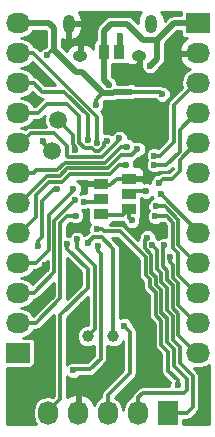
<source format=gbr>
G04 #@! TF.FileFunction,Copper,L2,Bot,Signal*
%FSLAX46Y46*%
G04 Gerber Fmt 4.6, Leading zero omitted, Abs format (unit mm)*
G04 Created by KiCad (PCBNEW 4.0.2-stable) date 09.08.2016 00:29:19*
%MOMM*%
G01*
G04 APERTURE LIST*
%ADD10C,0.300000*%
%ADD11R,1.270000X0.965200*%
%ADD12R,0.965200X1.270000*%
%ADD13R,2.032000X1.727200*%
%ADD14O,2.032000X1.727200*%
%ADD15O,1.250000X0.950000*%
%ADD16O,1.000000X1.550000*%
%ADD17R,1.727200X2.032000*%
%ADD18O,1.727200X2.032000*%
%ADD19C,1.000000*%
%ADD20C,1.500000*%
%ADD21C,0.600000*%
%ADD22C,0.500000*%
%ADD23C,0.254000*%
G04 APERTURE END LIST*
D10*
D11*
X116200000Y-110150000D03*
X116200000Y-108880000D03*
X116200000Y-107610000D03*
X118600000Y-109720000D03*
X118600000Y-108450000D03*
X118600000Y-107180000D03*
D12*
X116500000Y-96400000D03*
X117770000Y-96400000D03*
D13*
X109220000Y-121920000D03*
D14*
X109220000Y-119380000D03*
X109220000Y-116840000D03*
X109220000Y-114300000D03*
X109220000Y-111760000D03*
X109220000Y-109220000D03*
X109220000Y-106680000D03*
X109220000Y-104140000D03*
X109220000Y-101600000D03*
X109220000Y-99060000D03*
X109220000Y-96520000D03*
X109220000Y-93980000D03*
D13*
X124460000Y-93980000D03*
D14*
X124460000Y-96520000D03*
X124460000Y-99060000D03*
X124460000Y-101600000D03*
X124460000Y-104140000D03*
X124460000Y-106680000D03*
X124460000Y-109220000D03*
X124460000Y-111760000D03*
X124460000Y-114300000D03*
X124460000Y-116840000D03*
X124460000Y-119380000D03*
X124460000Y-121920000D03*
D15*
X119500900Y-96762540D03*
X114500900Y-96762540D03*
D16*
X120500900Y-94062540D03*
X113500900Y-94062540D03*
D17*
X121920000Y-127000000D03*
D18*
X119380000Y-127000000D03*
X116840000Y-127000000D03*
X114300000Y-127000000D03*
X111760000Y-127000000D03*
D19*
X117300000Y-120500000D03*
D20*
X112600000Y-102200000D03*
X112100000Y-104850000D03*
D19*
X115100000Y-120500000D03*
D21*
X122000000Y-93200000D03*
X118100000Y-98100000D03*
X110450000Y-118150000D03*
X111650000Y-124650000D03*
X123500000Y-127850000D03*
X125150000Y-123450000D03*
X111500000Y-114500000D03*
X114200000Y-116050000D03*
X114750000Y-117850000D03*
X110750000Y-102550000D03*
X110550000Y-100400000D03*
X110600000Y-97900000D03*
X115850000Y-93500000D03*
X122400000Y-96100000D03*
X118000000Y-101200000D03*
X120400000Y-101250000D03*
X110600000Y-95200000D03*
X120000000Y-110050000D03*
X121200000Y-111725009D03*
X117850000Y-112600000D03*
X114800000Y-107650000D03*
X114950000Y-110600000D03*
X118850000Y-116500000D03*
X121250000Y-103950000D03*
X119850000Y-106200000D03*
X113495484Y-111795484D03*
X114400000Y-121900000D03*
X119400000Y-124400000D03*
X115700000Y-124600000D03*
X110700000Y-120500000D03*
X108600000Y-123600000D03*
X115100000Y-112600000D03*
X114200000Y-112300000D03*
X121400000Y-100000000D03*
X118700000Y-99800000D03*
X111700000Y-96700000D03*
X112500000Y-108040028D03*
X110950000Y-112850000D03*
X118850000Y-110700000D03*
X118200000Y-119600000D03*
X115800000Y-100900000D03*
X116900000Y-99200000D03*
X120400000Y-97600000D03*
X113900000Y-123400000D03*
X116000000Y-112900000D03*
X114800000Y-109100000D03*
X120050000Y-108200000D03*
X114100000Y-110300000D03*
X114000000Y-109000000D03*
X113900000Y-108000000D03*
X115100000Y-103900000D03*
X115900000Y-104100000D03*
X116714189Y-103995443D03*
X117800000Y-103750000D03*
X118450000Y-104450000D03*
X119314403Y-104664403D03*
X118350000Y-106000000D03*
X120167333Y-112150999D03*
X113400000Y-112700000D03*
X120747522Y-105206775D03*
X120768251Y-105986502D03*
X121150000Y-107500000D03*
X121300000Y-108500000D03*
X120890709Y-109510679D03*
X120844531Y-110355469D03*
X122100000Y-113800000D03*
X121600000Y-112800000D03*
X114069090Y-104692461D03*
X111350000Y-103950000D03*
X122750000Y-124669990D03*
X115900000Y-111450000D03*
X120600000Y-112800000D03*
X117850000Y-95050000D03*
D10*
X124460000Y-96520000D02*
X122820000Y-96520000D01*
X122820000Y-96520000D02*
X122400000Y-96100000D01*
X118000000Y-101200000D02*
X120350000Y-101200000D01*
X120350000Y-101200000D02*
X120400000Y-101250000D01*
X120400000Y-101250000D02*
X120400000Y-103100000D01*
X120400000Y-103100000D02*
X121250000Y-103950000D01*
X120475010Y-111425010D02*
X120000000Y-110950000D01*
X120000000Y-110950000D02*
X120000000Y-110050000D01*
X121200000Y-111725009D02*
X120900001Y-111425010D01*
X120900001Y-111425010D02*
X120475010Y-111425010D01*
X118117278Y-97961101D02*
X118417277Y-97661102D01*
X118417277Y-97661102D02*
X119177338Y-97661102D01*
X119177338Y-97661102D02*
X119500900Y-97337540D01*
X119500900Y-97337540D02*
X119500900Y-96562540D01*
X117850000Y-112600000D02*
X118850000Y-113600000D01*
X118850000Y-113600000D02*
X118850000Y-116500000D01*
X116200000Y-107610000D02*
X114840000Y-107610000D01*
X114840000Y-107610000D02*
X114800000Y-107650000D01*
X113495484Y-111795484D02*
X113754516Y-111795484D01*
X113754516Y-111795484D02*
X114950000Y-110600000D01*
X118850000Y-116500000D02*
X118850000Y-116924264D01*
X118850000Y-116924264D02*
X119400000Y-117474264D01*
X119400000Y-117474264D02*
X119400000Y-123975736D01*
X119400000Y-123975736D02*
X119400000Y-124400000D01*
X116100000Y-107710000D02*
X117035000Y-107710000D01*
X117035000Y-107710000D02*
X117565000Y-107180000D01*
X117565000Y-107180000D02*
X117665000Y-107180000D01*
X117665000Y-107180000D02*
X118600000Y-107180000D01*
X113900000Y-119400000D02*
X113900000Y-121400000D01*
X113900000Y-121400000D02*
X114400000Y-121900000D01*
X114800000Y-118500000D02*
X113900000Y-119400000D01*
X114800000Y-117800000D02*
X114800000Y-118500000D01*
X111500000Y-122113602D02*
X111500000Y-121300000D01*
X111500000Y-121300000D02*
X110700000Y-120500000D01*
X109224264Y-123400000D02*
X110213602Y-123400000D01*
X110213602Y-123400000D02*
X111500000Y-122113602D01*
X108600000Y-123600000D02*
X109024264Y-123600000D01*
X109024264Y-123600000D02*
X109224264Y-123400000D01*
X116300000Y-112100000D02*
X117300000Y-113100000D01*
X117300000Y-113100000D02*
X117300000Y-120500000D01*
X115600000Y-112100000D02*
X116300000Y-112100000D01*
X115100000Y-112600000D02*
X115600000Y-112100000D01*
X114200000Y-112300000D02*
X114200000Y-113000000D01*
X114200000Y-113000000D02*
X115719990Y-114519990D01*
X115719990Y-114519990D02*
X115719990Y-119880010D01*
X115719990Y-119880010D02*
X115100000Y-120500000D01*
X118700000Y-99800000D02*
X121200000Y-99800000D01*
X121200000Y-99800000D02*
X121400000Y-100000000D01*
D22*
X118700000Y-99800000D02*
X117380402Y-99800000D01*
X117250401Y-99930001D02*
X116430001Y-99930001D01*
X117380402Y-99800000D02*
X117250401Y-99930001D01*
D10*
X112300000Y-96300000D02*
X112100000Y-96300000D01*
X112100000Y-96300000D02*
X111700000Y-96700000D01*
X111250000Y-109050000D02*
X112259972Y-108040028D01*
X112259972Y-108040028D02*
X112500000Y-108040028D01*
X111250000Y-112125736D02*
X111250000Y-109050000D01*
X110950000Y-112850000D02*
X110950000Y-112425736D01*
X110950000Y-112425736D02*
X111250000Y-112125736D01*
X118600000Y-109720000D02*
X118600000Y-110450000D01*
X118600000Y-110450000D02*
X118850000Y-110700000D01*
X115900000Y-110250000D02*
X118070000Y-110250000D01*
X118070000Y-110250000D02*
X118600000Y-109720000D01*
X118700000Y-123600000D02*
X116840000Y-125460000D01*
X116840000Y-125460000D02*
X116840000Y-127000000D01*
X118700000Y-120100000D02*
X118700000Y-123600000D01*
X118200000Y-119600000D02*
X118700000Y-120100000D01*
X115800000Y-100900000D02*
X115800000Y-100475736D01*
X115800000Y-100475736D02*
X116345735Y-99930001D01*
X116345735Y-99930001D02*
X116430001Y-99930001D01*
D22*
X112300000Y-94400000D02*
X111880000Y-93980000D01*
X111880000Y-93980000D02*
X109220000Y-93980000D01*
X112300000Y-96300000D02*
X112300000Y-94400000D01*
X114100000Y-98100000D02*
X112300000Y-96300000D01*
X114600000Y-98100000D02*
X114100000Y-98100000D01*
X116430001Y-99930001D02*
X114600000Y-98100000D01*
X121000000Y-95400000D02*
X121000000Y-97000000D01*
X121000000Y-97000000D02*
X120400000Y-97600000D01*
X116500000Y-96400000D02*
X116500000Y-94650000D01*
X116500000Y-94650000D02*
X117100000Y-94050000D01*
X117100000Y-94050000D02*
X118450000Y-94050000D01*
X118450000Y-94050000D02*
X119800000Y-95400000D01*
X119800000Y-95400000D02*
X119900000Y-95400000D01*
X119900000Y-95400000D02*
X121000000Y-95400000D01*
X116900000Y-99200000D02*
X116500000Y-98800000D01*
X116500000Y-98800000D02*
X116500000Y-96400000D01*
X121000000Y-95400000D02*
X122420000Y-93980000D01*
X122420000Y-93980000D02*
X124460000Y-93980000D01*
D10*
X115300000Y-123300000D02*
X114000000Y-123300000D01*
X114000000Y-123300000D02*
X113900000Y-123400000D01*
X116200000Y-122400000D02*
X115300000Y-123300000D01*
X116200000Y-121000000D02*
X116200000Y-122400000D01*
X116200000Y-116400000D02*
X116200000Y-121000000D01*
X116200000Y-113524264D02*
X116200000Y-116400000D01*
X116000000Y-112900000D02*
X116000000Y-113324264D01*
X116000000Y-113324264D02*
X116200000Y-113524264D01*
X114800000Y-109100000D02*
X115780000Y-109100000D01*
X115780000Y-109100000D02*
X115900000Y-108980000D01*
X120050000Y-108200000D02*
X118700000Y-108200000D01*
X118700000Y-108200000D02*
X118600000Y-108300000D01*
X114100000Y-110300000D02*
X113378836Y-110300000D01*
X112769999Y-110908837D02*
X112769999Y-113002401D01*
X112800000Y-117300000D02*
X110720000Y-119380000D01*
X113378836Y-110300000D02*
X112769999Y-110908837D01*
X112769999Y-113002401D02*
X112800000Y-113032402D01*
X112800000Y-113032402D02*
X112800000Y-117300000D01*
X110720000Y-119380000D02*
X109220000Y-119380000D01*
X109220000Y-116840000D02*
X110536000Y-116840000D01*
X110536000Y-116840000D02*
X112289989Y-115086011D01*
X112289989Y-110710011D02*
X113469999Y-109530001D01*
X112289989Y-115086011D02*
X112289989Y-110710011D01*
X113469999Y-109530001D02*
X114000000Y-109000000D01*
X109220000Y-114300000D02*
X110700000Y-114300000D01*
X110700000Y-114300000D02*
X111809979Y-113190021D01*
X111809979Y-113190021D02*
X111809979Y-110257619D01*
X111809979Y-110257619D02*
X113900000Y-108167598D01*
X113900000Y-108167598D02*
X113900000Y-108000000D01*
X109220000Y-99060000D02*
X110536000Y-99060000D01*
X110536000Y-99060000D02*
X111276000Y-99800000D01*
X111276000Y-99800000D02*
X113100000Y-99800000D01*
X113100000Y-99800000D02*
X115100000Y-101800000D01*
X115100000Y-101800000D02*
X115100000Y-103900000D01*
X109220000Y-96520000D02*
X110498836Y-96520000D01*
X110498836Y-96520000D02*
X115900000Y-101921164D01*
X115900000Y-101921164D02*
X115900000Y-104100000D01*
X114400000Y-104132402D02*
X114867598Y-104600000D01*
X114867598Y-104600000D02*
X115467598Y-104600000D01*
X115467598Y-104600000D02*
X115717598Y-104850000D01*
X115717598Y-104850000D02*
X116082402Y-104850000D01*
X109220000Y-101600000D02*
X110900000Y-101600000D01*
X110900000Y-101600000D02*
X111700000Y-100800000D01*
X111700000Y-100800000D02*
X113350000Y-100800000D01*
X113350000Y-100800000D02*
X114400000Y-101850000D01*
X114400000Y-101850000D02*
X114400000Y-104132402D01*
X116530001Y-104402401D02*
X116530001Y-104179631D01*
X116082402Y-104850000D02*
X116530001Y-104402401D01*
X116530001Y-104179631D02*
X116714189Y-103995443D01*
X117800000Y-103750000D02*
X117800000Y-103850000D01*
X117800000Y-103850000D02*
X116319990Y-105330010D01*
X116319990Y-105330010D02*
X113430010Y-105330010D01*
X113430010Y-105330010D02*
X113350000Y-105250000D01*
X113350000Y-105250000D02*
X113350000Y-104412412D01*
X113350000Y-104412412D02*
X112257587Y-103319999D01*
X112257587Y-103319999D02*
X110330001Y-103319999D01*
X110330001Y-103319999D02*
X109510000Y-104140000D01*
X109510000Y-104140000D02*
X109220000Y-104140000D01*
X116539980Y-105810020D02*
X117900000Y-104450000D01*
X117900000Y-104450000D02*
X118450000Y-104450000D01*
X112550000Y-106450000D02*
X113189980Y-105810020D01*
X113189980Y-105810020D02*
X116539980Y-105810020D01*
X110766000Y-106450000D02*
X112550000Y-106450000D01*
X109220000Y-106680000D02*
X110536000Y-106680000D01*
X110536000Y-106680000D02*
X110766000Y-106450000D01*
X117950000Y-105150000D02*
X118828806Y-105150000D01*
X118828806Y-105150000D02*
X119314403Y-104664403D01*
X116809970Y-106290030D02*
X117950000Y-105150000D01*
X112748827Y-106930009D02*
X113388806Y-106290030D01*
X113388806Y-106290030D02*
X116809970Y-106290030D01*
X109220000Y-109220000D02*
X109372400Y-109220000D01*
X109372400Y-109220000D02*
X111662390Y-106930010D01*
X111662390Y-106930010D02*
X112748827Y-106930009D01*
X117029960Y-106770040D02*
X117800000Y-106000000D01*
X117800000Y-106000000D02*
X118350000Y-106000000D01*
X117008796Y-106770040D02*
X117029960Y-106770040D01*
X109372400Y-111760000D02*
X109220000Y-111760000D01*
X111861218Y-107410018D02*
X110750000Y-108521236D01*
X117008796Y-106770040D02*
X113587632Y-106770040D01*
X113587632Y-106770040D02*
X112947654Y-107410018D01*
X112947654Y-107410018D02*
X111861218Y-107410018D01*
X110750000Y-108521236D02*
X110750000Y-110382400D01*
X110750000Y-110382400D02*
X109372400Y-111760000D01*
X120167333Y-112150999D02*
X119969999Y-112348333D01*
X123519990Y-125080010D02*
X123300000Y-125300000D01*
X119764000Y-125300000D02*
X119380000Y-125684000D01*
X119969999Y-112348333D02*
X119969999Y-113069999D01*
X119969999Y-113069999D02*
X120509979Y-113609979D01*
X123519990Y-124098826D02*
X123519990Y-125080010D01*
X120509979Y-113609979D02*
X120509979Y-115109979D01*
X120509979Y-115109979D02*
X120879964Y-115479964D01*
X120879964Y-115479964D02*
X120879964Y-116127708D01*
X120879964Y-116127708D02*
X121339982Y-116587726D01*
X121339982Y-116587726D02*
X121339982Y-118497654D01*
X121839981Y-121018817D02*
X122419990Y-121598826D01*
X122419990Y-121598826D02*
X122419991Y-122998827D01*
X121339982Y-118497654D02*
X121839980Y-118997652D01*
X121839980Y-118997652D02*
X121839981Y-121018817D01*
X123300000Y-125300000D02*
X119764000Y-125300000D01*
X122419991Y-122998827D02*
X123519990Y-124098826D01*
X119380000Y-125684000D02*
X119380000Y-127000000D01*
X111760000Y-127000000D02*
X111760000Y-126840000D01*
X111760000Y-126840000D02*
X112800000Y-125800000D01*
X112800000Y-125800000D02*
X112800000Y-118700000D01*
X112800000Y-118700000D02*
X115100000Y-116400000D01*
X115100000Y-116400000D02*
X115100000Y-114824264D01*
X115100000Y-114824264D02*
X113400000Y-113124264D01*
X113400000Y-113124264D02*
X113400000Y-112700000D01*
X120747522Y-105206775D02*
X121243225Y-105206775D01*
X122419990Y-104030010D02*
X122419990Y-100947610D01*
X121243225Y-105206775D02*
X122419990Y-104030010D01*
X122419990Y-100947610D02*
X124307600Y-99060000D01*
X124307600Y-99060000D02*
X124460000Y-99060000D01*
X122900000Y-104868764D02*
X122900000Y-103007600D01*
X122900000Y-103007600D02*
X124307600Y-101600000D01*
X124307600Y-101600000D02*
X124460000Y-101600000D01*
X120768251Y-105986502D02*
X121782262Y-105986502D01*
X121782262Y-105986502D02*
X122900000Y-104868764D01*
X122900000Y-106550000D02*
X122900000Y-105547600D01*
X122900000Y-105547600D02*
X124307600Y-104140000D01*
X124307600Y-104140000D02*
X124460000Y-104140000D01*
X122249999Y-107200001D02*
X122900000Y-106550000D01*
X121150000Y-107500000D02*
X121449999Y-107200001D01*
X121449999Y-107200001D02*
X122249999Y-107200001D01*
X121300000Y-108500000D02*
X124460000Y-111660000D01*
X124460000Y-111660000D02*
X124460000Y-111760000D01*
X122800000Y-110678836D02*
X122800000Y-112792400D01*
X122800000Y-112792400D02*
X124307600Y-114300000D01*
X124307600Y-114300000D02*
X124460000Y-114300000D01*
X120890709Y-109510679D02*
X121631843Y-109510679D01*
X121631843Y-109510679D02*
X122800000Y-110678836D01*
X122800000Y-113471236D02*
X122800000Y-115332400D01*
X122800000Y-115332400D02*
X124307600Y-116840000D01*
X124307600Y-116840000D02*
X124460000Y-116840000D01*
X122319990Y-112991226D02*
X122800000Y-113471236D01*
X121797797Y-110355469D02*
X122319990Y-110877662D01*
X122319990Y-110877662D02*
X122319990Y-112991226D01*
X120844531Y-110355469D02*
X121797797Y-110355469D01*
X122800000Y-116011236D02*
X122800000Y-117872400D01*
X122800000Y-117872400D02*
X124307600Y-119380000D01*
X124307600Y-119380000D02*
X124460000Y-119380000D01*
X122319991Y-115531227D02*
X122800000Y-116011236D01*
X122100000Y-113800000D02*
X122100000Y-114224264D01*
X122100000Y-114224264D02*
X122319990Y-114444254D01*
X122319990Y-114444254D02*
X122319991Y-115531227D01*
X122800000Y-118600000D02*
X122800000Y-120412400D01*
X122800000Y-120412400D02*
X124307600Y-121920000D01*
X124307600Y-121920000D02*
X124460000Y-121920000D01*
X122300000Y-118100000D02*
X122800000Y-118600000D01*
X122300000Y-116190072D02*
X122300000Y-118100000D01*
X121839982Y-115730054D02*
X122300000Y-116190072D01*
X121469999Y-114569999D02*
X121839982Y-114939982D01*
X121839982Y-114939982D02*
X121839982Y-115730054D01*
X121600000Y-112800000D02*
X121469999Y-112930001D01*
X121469999Y-112930001D02*
X121469999Y-114569999D01*
X114150000Y-104750000D02*
X114150000Y-104561238D01*
X114150000Y-104561238D02*
X113830010Y-104241248D01*
X113830010Y-103430010D02*
X113769990Y-103369990D01*
X113830010Y-104241248D02*
X113830010Y-103430010D01*
X113769990Y-103369990D02*
X112600000Y-102200000D01*
X111350000Y-103950000D02*
X111350000Y-104100000D01*
X111350000Y-104100000D02*
X112100000Y-104850000D01*
X122750000Y-124669990D02*
X122750000Y-124245726D01*
X122750000Y-124245726D02*
X121939982Y-123435708D01*
X121939982Y-123435708D02*
X121939982Y-123197654D01*
X115900000Y-111450000D02*
X116324264Y-111450000D01*
X116324264Y-111450000D02*
X116494254Y-111619990D01*
X116494254Y-111619990D02*
X117841154Y-111619990D01*
X117841154Y-111619990D02*
X120029969Y-113808805D01*
X120029969Y-115308805D02*
X120029969Y-113808805D01*
X120399954Y-116326534D02*
X120399954Y-115678790D01*
X120399954Y-115678790D02*
X120029969Y-115308805D01*
X120859972Y-118696480D02*
X120859972Y-116786552D01*
X120859972Y-116786552D02*
X120399954Y-116326534D01*
X121359972Y-119196480D02*
X120859972Y-118696480D01*
X121939982Y-121797654D02*
X121359972Y-121217642D01*
X121359972Y-121217642D02*
X121359972Y-119196480D01*
X121939982Y-123197654D02*
X121939982Y-121797654D01*
X124000000Y-126500000D02*
X123500000Y-127000000D01*
X123500000Y-127000000D02*
X121920000Y-127000000D01*
X124000000Y-123900000D02*
X124000000Y-126500000D01*
X122900000Y-122800000D02*
X124000000Y-123900000D01*
X122900000Y-121400000D02*
X122900000Y-122800000D01*
X122319990Y-120819990D02*
X122900000Y-121400000D01*
X121819991Y-118298827D02*
X122319990Y-118798826D01*
X122319990Y-118798826D02*
X122319990Y-120819990D01*
X121359973Y-115928881D02*
X121819990Y-116388898D01*
X121819990Y-116388898D02*
X121819991Y-118298827D01*
X120989989Y-113189989D02*
X120989989Y-114789989D01*
X120989989Y-114789989D02*
X121359972Y-115159972D01*
X121359972Y-115159972D02*
X121359973Y-115928881D01*
X120600000Y-112800000D02*
X120989989Y-113189989D01*
D22*
X117850000Y-95050000D02*
X117850000Y-96320000D01*
X117850000Y-96320000D02*
X117770000Y-96400000D01*
D10*
X118000000Y-96170000D02*
X117770000Y-96400000D01*
D23*
G36*
X112222999Y-118700000D02*
X112223000Y-118700005D01*
X112223000Y-125560998D01*
X112173098Y-125610900D01*
X111760000Y-125528730D01*
X111266109Y-125626971D01*
X110847408Y-125906738D01*
X110567641Y-126325439D01*
X110469400Y-126819330D01*
X110469400Y-127180670D01*
X110567641Y-127674561D01*
X110750347Y-127948000D01*
X108252000Y-127948000D01*
X108252000Y-123218965D01*
X110236000Y-123218965D01*
X110394237Y-123189191D01*
X110539567Y-123095673D01*
X110637064Y-122952981D01*
X110671365Y-122783600D01*
X110671365Y-121056400D01*
X110641591Y-120898163D01*
X110548073Y-120752833D01*
X110405381Y-120655336D01*
X110236000Y-120621035D01*
X109649850Y-120621035D01*
X109894561Y-120572359D01*
X110313262Y-120292592D01*
X110537497Y-119957000D01*
X110719995Y-119957000D01*
X110720000Y-119957001D01*
X110940808Y-119913078D01*
X111128001Y-119788001D01*
X112224737Y-118691265D01*
X112222999Y-118700000D01*
X112222999Y-118700000D01*
G37*
X112222999Y-118700000D02*
X112223000Y-118700005D01*
X112223000Y-125560998D01*
X112173098Y-125610900D01*
X111760000Y-125528730D01*
X111266109Y-125626971D01*
X110847408Y-125906738D01*
X110567641Y-126325439D01*
X110469400Y-126819330D01*
X110469400Y-127180670D01*
X110567641Y-127674561D01*
X110750347Y-127948000D01*
X108252000Y-127948000D01*
X108252000Y-123218965D01*
X110236000Y-123218965D01*
X110394237Y-123189191D01*
X110539567Y-123095673D01*
X110637064Y-122952981D01*
X110671365Y-122783600D01*
X110671365Y-121056400D01*
X110641591Y-120898163D01*
X110548073Y-120752833D01*
X110405381Y-120655336D01*
X110236000Y-120621035D01*
X109649850Y-120621035D01*
X109894561Y-120572359D01*
X110313262Y-120292592D01*
X110537497Y-119957000D01*
X110719995Y-119957000D01*
X110720000Y-119957001D01*
X110940808Y-119913078D01*
X111128001Y-119788001D01*
X112224737Y-118691265D01*
X112222999Y-118700000D01*
G36*
X125348000Y-127948000D02*
X123218965Y-127948000D01*
X123218965Y-127577000D01*
X123499995Y-127577000D01*
X123500000Y-127577001D01*
X123720808Y-127533078D01*
X123908001Y-127408001D01*
X124407998Y-126908003D01*
X124408001Y-126908001D01*
X124533078Y-126720808D01*
X124577001Y-126500000D01*
X124577000Y-126499995D01*
X124577000Y-123900005D01*
X124577001Y-123900000D01*
X124533078Y-123679192D01*
X124408001Y-123491999D01*
X124088679Y-123172677D01*
X124279330Y-123210600D01*
X124640670Y-123210600D01*
X125134561Y-123112359D01*
X125348000Y-122969744D01*
X125348000Y-127948000D01*
X125348000Y-127948000D01*
G37*
X125348000Y-127948000D02*
X123218965Y-127948000D01*
X123218965Y-127577000D01*
X123499995Y-127577000D01*
X123500000Y-127577001D01*
X123720808Y-127533078D01*
X123908001Y-127408001D01*
X124407998Y-126908003D01*
X124408001Y-126908001D01*
X124533078Y-126720808D01*
X124577001Y-126500000D01*
X124577000Y-126499995D01*
X124577000Y-123900005D01*
X124577001Y-123900000D01*
X124533078Y-123679192D01*
X124408001Y-123491999D01*
X124088679Y-123172677D01*
X124279330Y-123210600D01*
X124640670Y-123210600D01*
X125134561Y-123112359D01*
X125348000Y-122969744D01*
X125348000Y-127948000D01*
G36*
X118123000Y-123360999D02*
X116431999Y-125051999D01*
X116306922Y-125239192D01*
X116262999Y-125460000D01*
X116263000Y-125460005D01*
X116263000Y-125682503D01*
X115927408Y-125906738D01*
X115666138Y-126297757D01*
X115591954Y-126085680D01*
X115202036Y-125649268D01*
X114674791Y-125395291D01*
X114659026Y-125392642D01*
X114427000Y-125513783D01*
X114427000Y-126873000D01*
X114447000Y-126873000D01*
X114447000Y-127127000D01*
X114427000Y-127127000D01*
X114427000Y-127147000D01*
X114173000Y-127147000D01*
X114173000Y-127127000D01*
X114153000Y-127127000D01*
X114153000Y-126873000D01*
X114173000Y-126873000D01*
X114173000Y-125513783D01*
X113940974Y-125392642D01*
X113925209Y-125395291D01*
X113397964Y-125649268D01*
X113377000Y-125672732D01*
X113377000Y-123905118D01*
X113487650Y-124015961D01*
X113754756Y-124126874D01*
X114043975Y-124127126D01*
X114311275Y-124016680D01*
X114451198Y-123877000D01*
X115299995Y-123877000D01*
X115300000Y-123877001D01*
X115520808Y-123833078D01*
X115708001Y-123708001D01*
X116607998Y-122808003D01*
X116608001Y-122808001D01*
X116733078Y-122620808D01*
X116777000Y-122400000D01*
X116777000Y-121286572D01*
X117114799Y-121426839D01*
X117483583Y-121427161D01*
X117824417Y-121286331D01*
X118085414Y-121025789D01*
X118123000Y-120935272D01*
X118123000Y-123360999D01*
X118123000Y-123360999D01*
G37*
X118123000Y-123360999D02*
X116431999Y-125051999D01*
X116306922Y-125239192D01*
X116262999Y-125460000D01*
X116263000Y-125460005D01*
X116263000Y-125682503D01*
X115927408Y-125906738D01*
X115666138Y-126297757D01*
X115591954Y-126085680D01*
X115202036Y-125649268D01*
X114674791Y-125395291D01*
X114659026Y-125392642D01*
X114427000Y-125513783D01*
X114427000Y-126873000D01*
X114447000Y-126873000D01*
X114447000Y-127127000D01*
X114427000Y-127127000D01*
X114427000Y-127147000D01*
X114173000Y-127147000D01*
X114173000Y-127127000D01*
X114153000Y-127127000D01*
X114153000Y-126873000D01*
X114173000Y-126873000D01*
X114173000Y-125513783D01*
X113940974Y-125392642D01*
X113925209Y-125395291D01*
X113397964Y-125649268D01*
X113377000Y-125672732D01*
X113377000Y-123905118D01*
X113487650Y-124015961D01*
X113754756Y-124126874D01*
X114043975Y-124127126D01*
X114311275Y-124016680D01*
X114451198Y-123877000D01*
X115299995Y-123877000D01*
X115300000Y-123877001D01*
X115520808Y-123833078D01*
X115708001Y-123708001D01*
X116607998Y-122808003D01*
X116608001Y-122808001D01*
X116733078Y-122620808D01*
X116777000Y-122400000D01*
X116777000Y-121286572D01*
X117114799Y-121426839D01*
X117483583Y-121427161D01*
X117824417Y-121286331D01*
X118085414Y-121025789D01*
X118123000Y-120935272D01*
X118123000Y-123360999D01*
G36*
X119452969Y-114047807D02*
X119452969Y-115308800D01*
X119452968Y-115308805D01*
X119496891Y-115529613D01*
X119621968Y-115716806D01*
X119822954Y-115917791D01*
X119822954Y-116326529D01*
X119822953Y-116326534D01*
X119866876Y-116547342D01*
X119991953Y-116734535D01*
X120282972Y-117025553D01*
X120282972Y-118696475D01*
X120282971Y-118696480D01*
X120326894Y-118917288D01*
X120451971Y-119104481D01*
X120782972Y-119435481D01*
X120782972Y-121217636D01*
X120782971Y-121217641D01*
X120809910Y-121353068D01*
X120826894Y-121438450D01*
X120951971Y-121625643D01*
X120951974Y-121625645D01*
X121362982Y-122036655D01*
X121362982Y-123435703D01*
X121362981Y-123435708D01*
X121406904Y-123656516D01*
X121531981Y-123843709D01*
X122078842Y-124390569D01*
X122023126Y-124524746D01*
X122022953Y-124723000D01*
X119764005Y-124723000D01*
X119764000Y-124722999D01*
X119543192Y-124766922D01*
X119355999Y-124891999D01*
X118971999Y-125275999D01*
X118846922Y-125463192D01*
X118803342Y-125682274D01*
X118467408Y-125906738D01*
X118187641Y-126325439D01*
X118110000Y-126715767D01*
X118032359Y-126325439D01*
X117752592Y-125906738D01*
X117426891Y-125689111D01*
X119107998Y-124008003D01*
X119108001Y-124008001D01*
X119233078Y-123820808D01*
X119277000Y-123600000D01*
X119277000Y-120100005D01*
X119277001Y-120100000D01*
X119233078Y-119879192D01*
X119194067Y-119820808D01*
X119108001Y-119691999D01*
X119107998Y-119691997D01*
X118927078Y-119511077D01*
X118927126Y-119456025D01*
X118816680Y-119188725D01*
X118612350Y-118984039D01*
X118345244Y-118873126D01*
X118056025Y-118872874D01*
X117877000Y-118946846D01*
X117877000Y-113100005D01*
X117877001Y-113100000D01*
X117833078Y-112879192D01*
X117768151Y-112782021D01*
X117708001Y-112691999D01*
X117707998Y-112691997D01*
X117212991Y-112196990D01*
X117602152Y-112196990D01*
X119452969Y-114047807D01*
X119452969Y-114047807D01*
G37*
X119452969Y-114047807D02*
X119452969Y-115308800D01*
X119452968Y-115308805D01*
X119496891Y-115529613D01*
X119621968Y-115716806D01*
X119822954Y-115917791D01*
X119822954Y-116326529D01*
X119822953Y-116326534D01*
X119866876Y-116547342D01*
X119991953Y-116734535D01*
X120282972Y-117025553D01*
X120282972Y-118696475D01*
X120282971Y-118696480D01*
X120326894Y-118917288D01*
X120451971Y-119104481D01*
X120782972Y-119435481D01*
X120782972Y-121217636D01*
X120782971Y-121217641D01*
X120809910Y-121353068D01*
X120826894Y-121438450D01*
X120951971Y-121625643D01*
X120951974Y-121625645D01*
X121362982Y-122036655D01*
X121362982Y-123435703D01*
X121362981Y-123435708D01*
X121406904Y-123656516D01*
X121531981Y-123843709D01*
X122078842Y-124390569D01*
X122023126Y-124524746D01*
X122022953Y-124723000D01*
X119764005Y-124723000D01*
X119764000Y-124722999D01*
X119543192Y-124766922D01*
X119355999Y-124891999D01*
X118971999Y-125275999D01*
X118846922Y-125463192D01*
X118803342Y-125682274D01*
X118467408Y-125906738D01*
X118187641Y-126325439D01*
X118110000Y-126715767D01*
X118032359Y-126325439D01*
X117752592Y-125906738D01*
X117426891Y-125689111D01*
X119107998Y-124008003D01*
X119108001Y-124008001D01*
X119233078Y-123820808D01*
X119277000Y-123600000D01*
X119277000Y-120100005D01*
X119277001Y-120100000D01*
X119233078Y-119879192D01*
X119194067Y-119820808D01*
X119108001Y-119691999D01*
X119107998Y-119691997D01*
X118927078Y-119511077D01*
X118927126Y-119456025D01*
X118816680Y-119188725D01*
X118612350Y-118984039D01*
X118345244Y-118873126D01*
X118056025Y-118872874D01*
X117877000Y-118946846D01*
X117877000Y-113100005D01*
X117877001Y-113100000D01*
X117833078Y-112879192D01*
X117768151Y-112782021D01*
X117708001Y-112691999D01*
X117707998Y-112691997D01*
X117212991Y-112196990D01*
X117602152Y-112196990D01*
X119452969Y-114047807D01*
G36*
X115142990Y-119573037D02*
X114916417Y-119572839D01*
X114575583Y-119713669D01*
X114314586Y-119974211D01*
X114173161Y-120314799D01*
X114172839Y-120683583D01*
X114313669Y-121024417D01*
X114574211Y-121285414D01*
X114914799Y-121426839D01*
X115283583Y-121427161D01*
X115623000Y-121286916D01*
X115623000Y-122160999D01*
X115060998Y-122723000D01*
X114165353Y-122723000D01*
X114045244Y-122673126D01*
X113756025Y-122672874D01*
X113488725Y-122783320D01*
X113377000Y-122894851D01*
X113377000Y-118939002D01*
X115142990Y-117173011D01*
X115142990Y-119573037D01*
X115142990Y-119573037D01*
G37*
X115142990Y-119573037D02*
X114916417Y-119572839D01*
X114575583Y-119713669D01*
X114314586Y-119974211D01*
X114173161Y-120314799D01*
X114172839Y-120683583D01*
X114313669Y-121024417D01*
X114574211Y-121285414D01*
X114914799Y-121426839D01*
X115283583Y-121427161D01*
X115623000Y-121286916D01*
X115623000Y-122160999D01*
X115060998Y-122723000D01*
X114165353Y-122723000D01*
X114045244Y-122673126D01*
X113756025Y-122672874D01*
X113488725Y-122783320D01*
X113377000Y-122894851D01*
X113377000Y-118939002D01*
X115142990Y-117173011D01*
X115142990Y-119573037D01*
G36*
X112223000Y-117060999D02*
X110514867Y-118769131D01*
X110313262Y-118467408D01*
X109894561Y-118187641D01*
X109504233Y-118110000D01*
X109894561Y-118032359D01*
X110313262Y-117752592D01*
X110537726Y-117416658D01*
X110756808Y-117373078D01*
X110944001Y-117248001D01*
X112223000Y-115969002D01*
X112223000Y-117060999D01*
X112223000Y-117060999D01*
G37*
X112223000Y-117060999D02*
X110514867Y-118769131D01*
X110313262Y-118467408D01*
X109894561Y-118187641D01*
X109504233Y-118110000D01*
X109894561Y-118032359D01*
X110313262Y-117752592D01*
X110537726Y-117416658D01*
X110756808Y-117373078D01*
X110944001Y-117248001D01*
X112223000Y-115969002D01*
X112223000Y-117060999D01*
G36*
X114523000Y-115063266D02*
X114523000Y-116160999D01*
X113375262Y-117308736D01*
X113377000Y-117300000D01*
X113377000Y-113917266D01*
X114523000Y-115063266D01*
X114523000Y-115063266D01*
G37*
X114523000Y-115063266D02*
X114523000Y-116160999D01*
X113375262Y-117308736D01*
X113377000Y-117300000D01*
X113377000Y-113917266D01*
X114523000Y-115063266D01*
G36*
X111712989Y-114847009D02*
X110441167Y-116118831D01*
X110313262Y-115927408D01*
X109894561Y-115647641D01*
X109504233Y-115570000D01*
X109894561Y-115492359D01*
X110313262Y-115212592D01*
X110537497Y-114877000D01*
X110699995Y-114877000D01*
X110700000Y-114877001D01*
X110920808Y-114833078D01*
X111108001Y-114708001D01*
X111712989Y-114103012D01*
X111712989Y-114847009D01*
X111712989Y-114847009D01*
G37*
X111712989Y-114847009D02*
X110441167Y-116118831D01*
X110313262Y-115927408D01*
X109894561Y-115647641D01*
X109504233Y-115570000D01*
X109894561Y-115492359D01*
X110313262Y-115212592D01*
X110537497Y-114877000D01*
X110699995Y-114877000D01*
X110700000Y-114877001D01*
X110920808Y-114833078D01*
X111108001Y-114708001D01*
X111712989Y-114103012D01*
X111712989Y-114847009D01*
G36*
X120647490Y-108824560D02*
X120479434Y-108893999D01*
X120274748Y-109098329D01*
X120163835Y-109365435D01*
X120163583Y-109654654D01*
X120266945Y-109904810D01*
X120228570Y-109943119D01*
X120117657Y-110210225D01*
X120117405Y-110499444D01*
X120227851Y-110766744D01*
X120432181Y-110971430D01*
X120699287Y-111082343D01*
X120988506Y-111082595D01*
X121255806Y-110972149D01*
X121295555Y-110932469D01*
X121558795Y-110932469D01*
X121742990Y-111116663D01*
X121742990Y-112073124D01*
X121456025Y-112072874D01*
X121188725Y-112183320D01*
X121100024Y-112271866D01*
X121012350Y-112184039D01*
X120894347Y-112135040D01*
X120894459Y-112007024D01*
X120784013Y-111739724D01*
X120579683Y-111535038D01*
X120312577Y-111424125D01*
X120023358Y-111423873D01*
X119756058Y-111534319D01*
X119551372Y-111738649D01*
X119440459Y-112005755D01*
X119440357Y-112122382D01*
X119436921Y-112127525D01*
X119392998Y-112348333D01*
X119392999Y-112348338D01*
X119392999Y-112355833D01*
X118249155Y-111211989D01*
X118061962Y-111086912D01*
X117841154Y-111042989D01*
X117841149Y-111042990D01*
X116967732Y-111042990D01*
X116993237Y-111038191D01*
X117138567Y-110944673D01*
X117218969Y-110827000D01*
X118069995Y-110827000D01*
X118070000Y-110827001D01*
X118122898Y-110816479D01*
X118122874Y-110843975D01*
X118233320Y-111111275D01*
X118437650Y-111315961D01*
X118704756Y-111426874D01*
X118993975Y-111427126D01*
X119261275Y-111316680D01*
X119465961Y-111112350D01*
X119576874Y-110845244D01*
X119577126Y-110556025D01*
X119551948Y-110495089D01*
X119636064Y-110371981D01*
X119670365Y-110202600D01*
X119670365Y-109237400D01*
X119640636Y-109079403D01*
X119670365Y-108932600D01*
X119670365Y-108829546D01*
X119904756Y-108926874D01*
X120193975Y-108927126D01*
X120461275Y-108816680D01*
X120590806Y-108687374D01*
X120647490Y-108824560D01*
X120647490Y-108824560D01*
G37*
X120647490Y-108824560D02*
X120479434Y-108893999D01*
X120274748Y-109098329D01*
X120163835Y-109365435D01*
X120163583Y-109654654D01*
X120266945Y-109904810D01*
X120228570Y-109943119D01*
X120117657Y-110210225D01*
X120117405Y-110499444D01*
X120227851Y-110766744D01*
X120432181Y-110971430D01*
X120699287Y-111082343D01*
X120988506Y-111082595D01*
X121255806Y-110972149D01*
X121295555Y-110932469D01*
X121558795Y-110932469D01*
X121742990Y-111116663D01*
X121742990Y-112073124D01*
X121456025Y-112072874D01*
X121188725Y-112183320D01*
X121100024Y-112271866D01*
X121012350Y-112184039D01*
X120894347Y-112135040D01*
X120894459Y-112007024D01*
X120784013Y-111739724D01*
X120579683Y-111535038D01*
X120312577Y-111424125D01*
X120023358Y-111423873D01*
X119756058Y-111534319D01*
X119551372Y-111738649D01*
X119440459Y-112005755D01*
X119440357Y-112122382D01*
X119436921Y-112127525D01*
X119392998Y-112348333D01*
X119392999Y-112348338D01*
X119392999Y-112355833D01*
X118249155Y-111211989D01*
X118061962Y-111086912D01*
X117841154Y-111042989D01*
X117841149Y-111042990D01*
X116967732Y-111042990D01*
X116993237Y-111038191D01*
X117138567Y-110944673D01*
X117218969Y-110827000D01*
X118069995Y-110827000D01*
X118070000Y-110827001D01*
X118122898Y-110816479D01*
X118122874Y-110843975D01*
X118233320Y-111111275D01*
X118437650Y-111315961D01*
X118704756Y-111426874D01*
X118993975Y-111427126D01*
X119261275Y-111316680D01*
X119465961Y-111112350D01*
X119576874Y-110845244D01*
X119577126Y-110556025D01*
X119551948Y-110495089D01*
X119636064Y-110371981D01*
X119670365Y-110202600D01*
X119670365Y-109237400D01*
X119640636Y-109079403D01*
X119670365Y-108932600D01*
X119670365Y-108829546D01*
X119904756Y-108926874D01*
X120193975Y-108927126D01*
X120461275Y-108816680D01*
X120590806Y-108687374D01*
X120647490Y-108824560D01*
G36*
X115129635Y-110632600D02*
X115159409Y-110790837D01*
X115252927Y-110936167D01*
X115331749Y-110990023D01*
X115284039Y-111037650D01*
X115173126Y-111304756D01*
X115172874Y-111593975D01*
X115208752Y-111680805D01*
X115191999Y-111691999D01*
X115191997Y-111692002D01*
X115011077Y-111872922D01*
X114956025Y-111872874D01*
X114831406Y-111924365D01*
X114816680Y-111888725D01*
X114612350Y-111684039D01*
X114345244Y-111573126D01*
X114056025Y-111572874D01*
X113788725Y-111683320D01*
X113584039Y-111887650D01*
X113548060Y-111974295D01*
X113545244Y-111973126D01*
X113346999Y-111972953D01*
X113346999Y-111147839D01*
X113617837Y-110877000D01*
X113648757Y-110877000D01*
X113687650Y-110915961D01*
X113954756Y-111026874D01*
X114243975Y-111027126D01*
X114511275Y-110916680D01*
X114715961Y-110712350D01*
X114826874Y-110445244D01*
X114827126Y-110156025D01*
X114716680Y-109888725D01*
X114654937Y-109826874D01*
X114943975Y-109827126D01*
X115129635Y-109750413D01*
X115129635Y-110632600D01*
X115129635Y-110632600D01*
G37*
X115129635Y-110632600D02*
X115159409Y-110790837D01*
X115252927Y-110936167D01*
X115331749Y-110990023D01*
X115284039Y-111037650D01*
X115173126Y-111304756D01*
X115172874Y-111593975D01*
X115208752Y-111680805D01*
X115191999Y-111691999D01*
X115191997Y-111692002D01*
X115011077Y-111872922D01*
X114956025Y-111872874D01*
X114831406Y-111924365D01*
X114816680Y-111888725D01*
X114612350Y-111684039D01*
X114345244Y-111573126D01*
X114056025Y-111572874D01*
X113788725Y-111683320D01*
X113584039Y-111887650D01*
X113548060Y-111974295D01*
X113545244Y-111973126D01*
X113346999Y-111972953D01*
X113346999Y-111147839D01*
X113617837Y-110877000D01*
X113648757Y-110877000D01*
X113687650Y-110915961D01*
X113954756Y-111026874D01*
X114243975Y-111027126D01*
X114511275Y-110916680D01*
X114715961Y-110712350D01*
X114826874Y-110445244D01*
X114827126Y-110156025D01*
X114716680Y-109888725D01*
X114654937Y-109826874D01*
X114943975Y-109827126D01*
X115129635Y-109750413D01*
X115129635Y-110632600D01*
G36*
X115088750Y-107483000D02*
X116073000Y-107483000D01*
X116073000Y-107463000D01*
X116327000Y-107463000D01*
X116327000Y-107483000D01*
X116347000Y-107483000D01*
X116347000Y-107737000D01*
X116327000Y-107737000D01*
X116327000Y-107757000D01*
X116073000Y-107757000D01*
X116073000Y-107737000D01*
X115088750Y-107737000D01*
X114930000Y-107895750D01*
X114930000Y-108218910D01*
X115003981Y-108397516D01*
X114945244Y-108373126D01*
X114656025Y-108372874D01*
X114484517Y-108443740D01*
X114515961Y-108412350D01*
X114626874Y-108145244D01*
X114627126Y-107856025D01*
X114516680Y-107588725D01*
X114312350Y-107384039D01*
X114223247Y-107347040D01*
X114952790Y-107347040D01*
X115088750Y-107483000D01*
X115088750Y-107483000D01*
G37*
X115088750Y-107483000D02*
X116073000Y-107483000D01*
X116073000Y-107463000D01*
X116327000Y-107463000D01*
X116327000Y-107483000D01*
X116347000Y-107483000D01*
X116347000Y-107737000D01*
X116327000Y-107737000D01*
X116327000Y-107757000D01*
X116073000Y-107757000D01*
X116073000Y-107737000D01*
X115088750Y-107737000D01*
X114930000Y-107895750D01*
X114930000Y-108218910D01*
X115003981Y-108397516D01*
X114945244Y-108373126D01*
X114656025Y-108372874D01*
X114484517Y-108443740D01*
X114515961Y-108412350D01*
X114626874Y-108145244D01*
X114627126Y-107856025D01*
X114516680Y-107588725D01*
X114312350Y-107384039D01*
X114223247Y-107347040D01*
X114952790Y-107347040D01*
X115088750Y-107483000D01*
G36*
X123008635Y-94843600D02*
X123038409Y-95001837D01*
X123131927Y-95147167D01*
X123274619Y-95244664D01*
X123444000Y-95278965D01*
X123488689Y-95278965D01*
X123109268Y-95617964D01*
X122855291Y-96145209D01*
X122852642Y-96160974D01*
X122973783Y-96393000D01*
X124333000Y-96393000D01*
X124333000Y-96373000D01*
X124587000Y-96373000D01*
X124587000Y-96393000D01*
X124607000Y-96393000D01*
X124607000Y-96647000D01*
X124587000Y-96647000D01*
X124587000Y-96667000D01*
X124333000Y-96667000D01*
X124333000Y-96647000D01*
X122973783Y-96647000D01*
X122852642Y-96879026D01*
X122855291Y-96894791D01*
X123109268Y-97422036D01*
X123545680Y-97811954D01*
X123757757Y-97886138D01*
X123366738Y-98147408D01*
X123086971Y-98566109D01*
X122988730Y-99060000D01*
X123072161Y-99479437D01*
X122011989Y-100539609D01*
X121886912Y-100726802D01*
X121842989Y-100947610D01*
X121842990Y-100947615D01*
X121842990Y-103791008D01*
X121077421Y-104556577D01*
X120892766Y-104479901D01*
X120603547Y-104479649D01*
X120336247Y-104590095D01*
X120131561Y-104794425D01*
X120020648Y-105061531D01*
X120020396Y-105350750D01*
X120130842Y-105618050D01*
X120133116Y-105620328D01*
X120041377Y-105841258D01*
X120041125Y-106130477D01*
X120151571Y-106397777D01*
X120355901Y-106602463D01*
X120623007Y-106713376D01*
X120912226Y-106713628D01*
X121179526Y-106603182D01*
X121219275Y-106563502D01*
X121782257Y-106563502D01*
X121782262Y-106563503D01*
X122003070Y-106519580D01*
X122190263Y-106394503D01*
X122323000Y-106261766D01*
X122323000Y-106310999D01*
X122010997Y-106623001D01*
X121450004Y-106623001D01*
X121449999Y-106623000D01*
X121229191Y-106666923D01*
X121070538Y-106772930D01*
X121006025Y-106772874D01*
X120738725Y-106883320D01*
X120534039Y-107087650D01*
X120423126Y-107354756D01*
X120422940Y-107567675D01*
X120195244Y-107473126D01*
X119906025Y-107472874D01*
X119870000Y-107487759D01*
X119870000Y-107465750D01*
X119711250Y-107307000D01*
X118727000Y-107307000D01*
X118727000Y-107327000D01*
X118473000Y-107327000D01*
X118473000Y-107307000D01*
X118453000Y-107307000D01*
X118453000Y-107053000D01*
X118473000Y-107053000D01*
X118473000Y-107033000D01*
X118727000Y-107033000D01*
X118727000Y-107053000D01*
X119711250Y-107053000D01*
X119870000Y-106894250D01*
X119870000Y-106571090D01*
X119773327Y-106337701D01*
X119594698Y-106159073D01*
X119361309Y-106062400D01*
X119076946Y-106062400D01*
X119077126Y-105856025D01*
X119009004Y-105691156D01*
X119049614Y-105683078D01*
X119236807Y-105558001D01*
X119403327Y-105391481D01*
X119458378Y-105391529D01*
X119725678Y-105281083D01*
X119930364Y-105076753D01*
X120041277Y-104809647D01*
X120041529Y-104520428D01*
X119931083Y-104253128D01*
X119726753Y-104048442D01*
X119459647Y-103937529D01*
X119170428Y-103937277D01*
X119025279Y-103997251D01*
X118862350Y-103834039D01*
X118595244Y-103723126D01*
X118527024Y-103723067D01*
X118527126Y-103606025D01*
X118416680Y-103338725D01*
X118212350Y-103134039D01*
X117945244Y-103023126D01*
X117656025Y-103022874D01*
X117388725Y-103133320D01*
X117184039Y-103337650D01*
X117154880Y-103407872D01*
X117126539Y-103379482D01*
X116859433Y-103268569D01*
X116570214Y-103268317D01*
X116477000Y-103306832D01*
X116477000Y-101921164D01*
X116433078Y-101700356D01*
X116433078Y-101700355D01*
X116366023Y-101600000D01*
X116308001Y-101513163D01*
X116307998Y-101513161D01*
X116261440Y-101466603D01*
X116415961Y-101312350D01*
X116526874Y-101045244D01*
X116527126Y-100756025D01*
X116471160Y-100620577D01*
X116484736Y-100607001D01*
X117250401Y-100607001D01*
X117509478Y-100555467D01*
X117626912Y-100477000D01*
X118434647Y-100477000D01*
X118554756Y-100526874D01*
X118843975Y-100527126D01*
X119111275Y-100416680D01*
X119151024Y-100377000D01*
X120769158Y-100377000D01*
X120783320Y-100411275D01*
X120987650Y-100615961D01*
X121254756Y-100726874D01*
X121543975Y-100727126D01*
X121811275Y-100616680D01*
X122015961Y-100412350D01*
X122126874Y-100145244D01*
X122127126Y-99856025D01*
X122016680Y-99588725D01*
X121812350Y-99384039D01*
X121545244Y-99273126D01*
X121429943Y-99273026D01*
X121420808Y-99266922D01*
X121200000Y-99222999D01*
X121199995Y-99223000D01*
X119151243Y-99223000D01*
X119112350Y-99184039D01*
X118845244Y-99073126D01*
X118556025Y-99072874D01*
X118434711Y-99123000D01*
X117627068Y-99123000D01*
X117627126Y-99056025D01*
X117516680Y-98788725D01*
X117312350Y-98584039D01*
X117191123Y-98533701D01*
X117177000Y-98519578D01*
X117177000Y-97448008D01*
X117287400Y-97470365D01*
X118252600Y-97470365D01*
X118410837Y-97440591D01*
X118454579Y-97412444D01*
X118465348Y-97434361D01*
X118789851Y-97722108D01*
X119199769Y-97863769D01*
X119373900Y-97715103D01*
X119373900Y-96889540D01*
X119353900Y-96889540D01*
X119353900Y-96635540D01*
X119373900Y-96635540D01*
X119373900Y-96615540D01*
X119627900Y-96615540D01*
X119627900Y-96635540D01*
X119647900Y-96635540D01*
X119647900Y-96889540D01*
X119627900Y-96889540D01*
X119627900Y-97715103D01*
X119678955Y-97758691D01*
X119783320Y-98011275D01*
X119987650Y-98215961D01*
X120254756Y-98326874D01*
X120543975Y-98327126D01*
X120811275Y-98216680D01*
X121015961Y-98012350D01*
X121066299Y-97891123D01*
X121478711Y-97478711D01*
X121516580Y-97422036D01*
X121625466Y-97259077D01*
X121677000Y-97000000D01*
X121677000Y-95680422D01*
X122700422Y-94657000D01*
X123008635Y-94657000D01*
X123008635Y-94843600D01*
X123008635Y-94843600D01*
G37*
X123008635Y-94843600D02*
X123038409Y-95001837D01*
X123131927Y-95147167D01*
X123274619Y-95244664D01*
X123444000Y-95278965D01*
X123488689Y-95278965D01*
X123109268Y-95617964D01*
X122855291Y-96145209D01*
X122852642Y-96160974D01*
X122973783Y-96393000D01*
X124333000Y-96393000D01*
X124333000Y-96373000D01*
X124587000Y-96373000D01*
X124587000Y-96393000D01*
X124607000Y-96393000D01*
X124607000Y-96647000D01*
X124587000Y-96647000D01*
X124587000Y-96667000D01*
X124333000Y-96667000D01*
X124333000Y-96647000D01*
X122973783Y-96647000D01*
X122852642Y-96879026D01*
X122855291Y-96894791D01*
X123109268Y-97422036D01*
X123545680Y-97811954D01*
X123757757Y-97886138D01*
X123366738Y-98147408D01*
X123086971Y-98566109D01*
X122988730Y-99060000D01*
X123072161Y-99479437D01*
X122011989Y-100539609D01*
X121886912Y-100726802D01*
X121842989Y-100947610D01*
X121842990Y-100947615D01*
X121842990Y-103791008D01*
X121077421Y-104556577D01*
X120892766Y-104479901D01*
X120603547Y-104479649D01*
X120336247Y-104590095D01*
X120131561Y-104794425D01*
X120020648Y-105061531D01*
X120020396Y-105350750D01*
X120130842Y-105618050D01*
X120133116Y-105620328D01*
X120041377Y-105841258D01*
X120041125Y-106130477D01*
X120151571Y-106397777D01*
X120355901Y-106602463D01*
X120623007Y-106713376D01*
X120912226Y-106713628D01*
X121179526Y-106603182D01*
X121219275Y-106563502D01*
X121782257Y-106563502D01*
X121782262Y-106563503D01*
X122003070Y-106519580D01*
X122190263Y-106394503D01*
X122323000Y-106261766D01*
X122323000Y-106310999D01*
X122010997Y-106623001D01*
X121450004Y-106623001D01*
X121449999Y-106623000D01*
X121229191Y-106666923D01*
X121070538Y-106772930D01*
X121006025Y-106772874D01*
X120738725Y-106883320D01*
X120534039Y-107087650D01*
X120423126Y-107354756D01*
X120422940Y-107567675D01*
X120195244Y-107473126D01*
X119906025Y-107472874D01*
X119870000Y-107487759D01*
X119870000Y-107465750D01*
X119711250Y-107307000D01*
X118727000Y-107307000D01*
X118727000Y-107327000D01*
X118473000Y-107327000D01*
X118473000Y-107307000D01*
X118453000Y-107307000D01*
X118453000Y-107053000D01*
X118473000Y-107053000D01*
X118473000Y-107033000D01*
X118727000Y-107033000D01*
X118727000Y-107053000D01*
X119711250Y-107053000D01*
X119870000Y-106894250D01*
X119870000Y-106571090D01*
X119773327Y-106337701D01*
X119594698Y-106159073D01*
X119361309Y-106062400D01*
X119076946Y-106062400D01*
X119077126Y-105856025D01*
X119009004Y-105691156D01*
X119049614Y-105683078D01*
X119236807Y-105558001D01*
X119403327Y-105391481D01*
X119458378Y-105391529D01*
X119725678Y-105281083D01*
X119930364Y-105076753D01*
X120041277Y-104809647D01*
X120041529Y-104520428D01*
X119931083Y-104253128D01*
X119726753Y-104048442D01*
X119459647Y-103937529D01*
X119170428Y-103937277D01*
X119025279Y-103997251D01*
X118862350Y-103834039D01*
X118595244Y-103723126D01*
X118527024Y-103723067D01*
X118527126Y-103606025D01*
X118416680Y-103338725D01*
X118212350Y-103134039D01*
X117945244Y-103023126D01*
X117656025Y-103022874D01*
X117388725Y-103133320D01*
X117184039Y-103337650D01*
X117154880Y-103407872D01*
X117126539Y-103379482D01*
X116859433Y-103268569D01*
X116570214Y-103268317D01*
X116477000Y-103306832D01*
X116477000Y-101921164D01*
X116433078Y-101700356D01*
X116433078Y-101700355D01*
X116366023Y-101600000D01*
X116308001Y-101513163D01*
X116307998Y-101513161D01*
X116261440Y-101466603D01*
X116415961Y-101312350D01*
X116526874Y-101045244D01*
X116527126Y-100756025D01*
X116471160Y-100620577D01*
X116484736Y-100607001D01*
X117250401Y-100607001D01*
X117509478Y-100555467D01*
X117626912Y-100477000D01*
X118434647Y-100477000D01*
X118554756Y-100526874D01*
X118843975Y-100527126D01*
X119111275Y-100416680D01*
X119151024Y-100377000D01*
X120769158Y-100377000D01*
X120783320Y-100411275D01*
X120987650Y-100615961D01*
X121254756Y-100726874D01*
X121543975Y-100727126D01*
X121811275Y-100616680D01*
X122015961Y-100412350D01*
X122126874Y-100145244D01*
X122127126Y-99856025D01*
X122016680Y-99588725D01*
X121812350Y-99384039D01*
X121545244Y-99273126D01*
X121429943Y-99273026D01*
X121420808Y-99266922D01*
X121200000Y-99222999D01*
X121199995Y-99223000D01*
X119151243Y-99223000D01*
X119112350Y-99184039D01*
X118845244Y-99073126D01*
X118556025Y-99072874D01*
X118434711Y-99123000D01*
X117627068Y-99123000D01*
X117627126Y-99056025D01*
X117516680Y-98788725D01*
X117312350Y-98584039D01*
X117191123Y-98533701D01*
X117177000Y-98519578D01*
X117177000Y-97448008D01*
X117287400Y-97470365D01*
X118252600Y-97470365D01*
X118410837Y-97440591D01*
X118454579Y-97412444D01*
X118465348Y-97434361D01*
X118789851Y-97722108D01*
X119199769Y-97863769D01*
X119373900Y-97715103D01*
X119373900Y-96889540D01*
X119353900Y-96889540D01*
X119353900Y-96635540D01*
X119373900Y-96635540D01*
X119373900Y-96615540D01*
X119627900Y-96615540D01*
X119627900Y-96635540D01*
X119647900Y-96635540D01*
X119647900Y-96889540D01*
X119627900Y-96889540D01*
X119627900Y-97715103D01*
X119678955Y-97758691D01*
X119783320Y-98011275D01*
X119987650Y-98215961D01*
X120254756Y-98326874D01*
X120543975Y-98327126D01*
X120811275Y-98216680D01*
X121015961Y-98012350D01*
X121066299Y-97891123D01*
X121478711Y-97478711D01*
X121516580Y-97422036D01*
X121625466Y-97259077D01*
X121677000Y-97000000D01*
X121677000Y-95680422D01*
X122700422Y-94657000D01*
X123008635Y-94657000D01*
X123008635Y-94843600D01*
G36*
X111423205Y-101964853D02*
X111422796Y-102433093D01*
X111550847Y-102742999D01*
X110330006Y-102742999D01*
X110330001Y-102742998D01*
X110109842Y-102786792D01*
X110109193Y-102786921D01*
X109922000Y-102911998D01*
X109921998Y-102912001D01*
X109887719Y-102946280D01*
X109504233Y-102870000D01*
X109894561Y-102792359D01*
X110313262Y-102512592D01*
X110537497Y-102177000D01*
X110899995Y-102177000D01*
X110900000Y-102177001D01*
X111120808Y-102133078D01*
X111308001Y-102008001D01*
X111474371Y-101841631D01*
X111423205Y-101964853D01*
X111423205Y-101964853D01*
G37*
X111423205Y-101964853D02*
X111422796Y-102433093D01*
X111550847Y-102742999D01*
X110330006Y-102742999D01*
X110330001Y-102742998D01*
X110109842Y-102786792D01*
X110109193Y-102786921D01*
X109922000Y-102911998D01*
X109921998Y-102912001D01*
X109887719Y-102946280D01*
X109504233Y-102870000D01*
X109894561Y-102792359D01*
X110313262Y-102512592D01*
X110537497Y-102177000D01*
X110899995Y-102177000D01*
X110900000Y-102177001D01*
X111120808Y-102133078D01*
X111308001Y-102008001D01*
X111474371Y-101841631D01*
X111423205Y-101964853D01*
G36*
X110867999Y-100208001D02*
X111055192Y-100333078D01*
X111276000Y-100377001D01*
X111276005Y-100377000D01*
X111314447Y-100377000D01*
X111291999Y-100391999D01*
X110660998Y-101023000D01*
X110537497Y-101023000D01*
X110313262Y-100687408D01*
X109894561Y-100407641D01*
X109504233Y-100330000D01*
X109894561Y-100252359D01*
X110313262Y-99972592D01*
X110441167Y-99781169D01*
X110867999Y-100208001D01*
X110867999Y-100208001D01*
G37*
X110867999Y-100208001D02*
X111055192Y-100333078D01*
X111276000Y-100377001D01*
X111276005Y-100377000D01*
X111314447Y-100377000D01*
X111291999Y-100391999D01*
X110660998Y-101023000D01*
X110537497Y-101023000D01*
X110313262Y-100687408D01*
X109894561Y-100407641D01*
X109504233Y-100330000D01*
X109894561Y-100252359D01*
X110313262Y-99972592D01*
X110441167Y-99781169D01*
X110867999Y-100208001D01*
G36*
X112385834Y-99223000D02*
X111515002Y-99223000D01*
X110944001Y-98651999D01*
X110756808Y-98526922D01*
X110537726Y-98483342D01*
X110313262Y-98147408D01*
X109894561Y-97867641D01*
X109504233Y-97790000D01*
X109894561Y-97712359D01*
X110313262Y-97432592D01*
X110426281Y-97263447D01*
X112385834Y-99223000D01*
X112385834Y-99223000D01*
G37*
X112385834Y-99223000D02*
X111515002Y-99223000D01*
X110944001Y-98651999D01*
X110756808Y-98526922D01*
X110537726Y-98483342D01*
X110313262Y-98147408D01*
X109894561Y-97867641D01*
X109504233Y-97790000D01*
X109894561Y-97712359D01*
X110313262Y-97432592D01*
X110426281Y-97263447D01*
X112385834Y-99223000D01*
G36*
X119500898Y-93235862D02*
X119365900Y-93660540D01*
X119365900Y-94008478D01*
X118928711Y-93571289D01*
X118709077Y-93424534D01*
X118450000Y-93373000D01*
X117100000Y-93373000D01*
X116840923Y-93424534D01*
X116621289Y-93571289D01*
X116021289Y-94171289D01*
X115874534Y-94390923D01*
X115823000Y-94650000D01*
X115823000Y-95382679D01*
X115713833Y-95452927D01*
X115616336Y-95595619D01*
X115582035Y-95765000D01*
X115582035Y-96183486D01*
X115536452Y-96090719D01*
X115211949Y-95802972D01*
X114802031Y-95661311D01*
X114627900Y-95809977D01*
X114627900Y-96635540D01*
X114647900Y-96635540D01*
X114647900Y-96889540D01*
X114627900Y-96889540D01*
X114627900Y-96909540D01*
X114373900Y-96909540D01*
X114373900Y-96889540D01*
X114353900Y-96889540D01*
X114353900Y-96635540D01*
X114373900Y-96635540D01*
X114373900Y-95809977D01*
X114199769Y-95661311D01*
X113789851Y-95802972D01*
X113465348Y-96090719D01*
X113327888Y-96370466D01*
X112977000Y-96019578D01*
X112977000Y-95322642D01*
X113199026Y-95431659D01*
X113373900Y-95305494D01*
X113373900Y-94189540D01*
X113627900Y-94189540D01*
X113627900Y-95305494D01*
X113802774Y-95431659D01*
X114213663Y-95229908D01*
X114500902Y-94889218D01*
X114635900Y-94464540D01*
X114635900Y-94189540D01*
X113627900Y-94189540D01*
X113373900Y-94189540D01*
X113353900Y-94189540D01*
X113353900Y-93935540D01*
X113373900Y-93935540D01*
X113373900Y-93915540D01*
X113627900Y-93915540D01*
X113627900Y-93935540D01*
X114635900Y-93935540D01*
X114635900Y-93660540D01*
X114500902Y-93235862D01*
X114345886Y-93052000D01*
X119655914Y-93052000D01*
X119500898Y-93235862D01*
X119500898Y-93235862D01*
G37*
X119500898Y-93235862D02*
X119365900Y-93660540D01*
X119365900Y-94008478D01*
X118928711Y-93571289D01*
X118709077Y-93424534D01*
X118450000Y-93373000D01*
X117100000Y-93373000D01*
X116840923Y-93424534D01*
X116621289Y-93571289D01*
X116021289Y-94171289D01*
X115874534Y-94390923D01*
X115823000Y-94650000D01*
X115823000Y-95382679D01*
X115713833Y-95452927D01*
X115616336Y-95595619D01*
X115582035Y-95765000D01*
X115582035Y-96183486D01*
X115536452Y-96090719D01*
X115211949Y-95802972D01*
X114802031Y-95661311D01*
X114627900Y-95809977D01*
X114627900Y-96635540D01*
X114647900Y-96635540D01*
X114647900Y-96889540D01*
X114627900Y-96889540D01*
X114627900Y-96909540D01*
X114373900Y-96909540D01*
X114373900Y-96889540D01*
X114353900Y-96889540D01*
X114353900Y-96635540D01*
X114373900Y-96635540D01*
X114373900Y-95809977D01*
X114199769Y-95661311D01*
X113789851Y-95802972D01*
X113465348Y-96090719D01*
X113327888Y-96370466D01*
X112977000Y-96019578D01*
X112977000Y-95322642D01*
X113199026Y-95431659D01*
X113373900Y-95305494D01*
X113373900Y-94189540D01*
X113627900Y-94189540D01*
X113627900Y-95305494D01*
X113802774Y-95431659D01*
X114213663Y-95229908D01*
X114500902Y-94889218D01*
X114635900Y-94464540D01*
X114635900Y-94189540D01*
X113627900Y-94189540D01*
X113373900Y-94189540D01*
X113353900Y-94189540D01*
X113353900Y-93935540D01*
X113373900Y-93935540D01*
X113373900Y-93915540D01*
X113627900Y-93915540D01*
X113627900Y-93935540D01*
X114635900Y-93935540D01*
X114635900Y-93660540D01*
X114500902Y-93235862D01*
X114345886Y-93052000D01*
X119655914Y-93052000D01*
X119500898Y-93235862D01*
G36*
X111623000Y-94680423D02*
X111623000Y-95960999D01*
X111611077Y-95972922D01*
X111556025Y-95972874D01*
X111288725Y-96083320D01*
X111084039Y-96287650D01*
X111083584Y-96288746D01*
X110906837Y-96111999D01*
X110719644Y-95986922D01*
X110543423Y-95951868D01*
X110313262Y-95607408D01*
X109894561Y-95327641D01*
X109504233Y-95250000D01*
X109894561Y-95172359D01*
X110313262Y-94892592D01*
X110470680Y-94657000D01*
X111599578Y-94657000D01*
X111623000Y-94680423D01*
X111623000Y-94680423D01*
G37*
X111623000Y-94680423D02*
X111623000Y-95960999D01*
X111611077Y-95972922D01*
X111556025Y-95972874D01*
X111288725Y-96083320D01*
X111084039Y-96287650D01*
X111083584Y-96288746D01*
X110906837Y-96111999D01*
X110719644Y-95986922D01*
X110543423Y-95951868D01*
X110313262Y-95607408D01*
X109894561Y-95327641D01*
X109504233Y-95250000D01*
X109894561Y-95172359D01*
X110313262Y-94892592D01*
X110470680Y-94657000D01*
X111599578Y-94657000D01*
X111623000Y-94680423D01*
G36*
X120627900Y-93935540D02*
X120647900Y-93935540D01*
X120647900Y-94189540D01*
X120627900Y-94189540D01*
X120627900Y-94209540D01*
X120373900Y-94209540D01*
X120373900Y-94189540D01*
X120353900Y-94189540D01*
X120353900Y-93935540D01*
X120373900Y-93935540D01*
X120373900Y-93915540D01*
X120627900Y-93915540D01*
X120627900Y-93935540D01*
X120627900Y-93935540D01*
G37*
X120627900Y-93935540D02*
X120647900Y-93935540D01*
X120647900Y-94189540D01*
X120627900Y-94189540D01*
X120627900Y-94209540D01*
X120373900Y-94209540D01*
X120373900Y-94189540D01*
X120353900Y-94189540D01*
X120353900Y-93935540D01*
X120373900Y-93935540D01*
X120373900Y-93915540D01*
X120627900Y-93915540D01*
X120627900Y-93935540D01*
G36*
X123008635Y-93116400D02*
X123008635Y-93303000D01*
X122420000Y-93303000D01*
X122160923Y-93354534D01*
X121941289Y-93501289D01*
X121635900Y-93806678D01*
X121635900Y-93660540D01*
X121500902Y-93235862D01*
X121345886Y-93052000D01*
X123021677Y-93052000D01*
X123008635Y-93116400D01*
X123008635Y-93116400D01*
G37*
X123008635Y-93116400D02*
X123008635Y-93303000D01*
X122420000Y-93303000D01*
X122160923Y-93354534D01*
X121941289Y-93501289D01*
X121635900Y-93806678D01*
X121635900Y-93660540D01*
X121500902Y-93235862D01*
X121345886Y-93052000D01*
X123021677Y-93052000D01*
X123008635Y-93116400D01*
M02*

</source>
